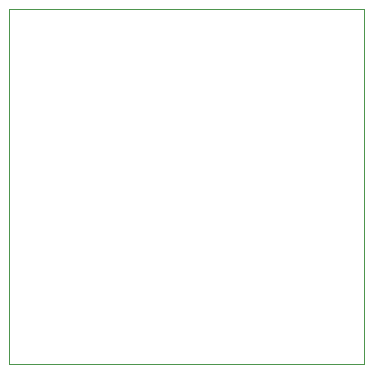
<source format=gbr>
%TF.GenerationSoftware,KiCad,Pcbnew,(6.0.9-0)*%
%TF.CreationDate,2022-11-15T00:11:16+01:00*%
%TF.ProjectId,DS_Straight,44535f53-7472-4616-9967-68742e6b6963,rev?*%
%TF.SameCoordinates,Original*%
%TF.FileFunction,Legend,Bot*%
%TF.FilePolarity,Positive*%
%FSLAX46Y46*%
G04 Gerber Fmt 4.6, Leading zero omitted, Abs format (unit mm)*
G04 Created by KiCad (PCBNEW (6.0.9-0)) date 2022-11-15 00:11:16*
%MOMM*%
%LPD*%
G01*
G04 APERTURE LIST*
%TA.AperFunction,Profile*%
%ADD10C,0.100000*%
%TD*%
G04 APERTURE END LIST*
D10*
X89300000Y-75700000D02*
X119300000Y-75700000D01*
X119300000Y-75700000D02*
X119300000Y-105700000D01*
X119300000Y-105700000D02*
X89300000Y-105700000D01*
X89300000Y-105700000D02*
X89300000Y-75700000D01*
M02*

</source>
